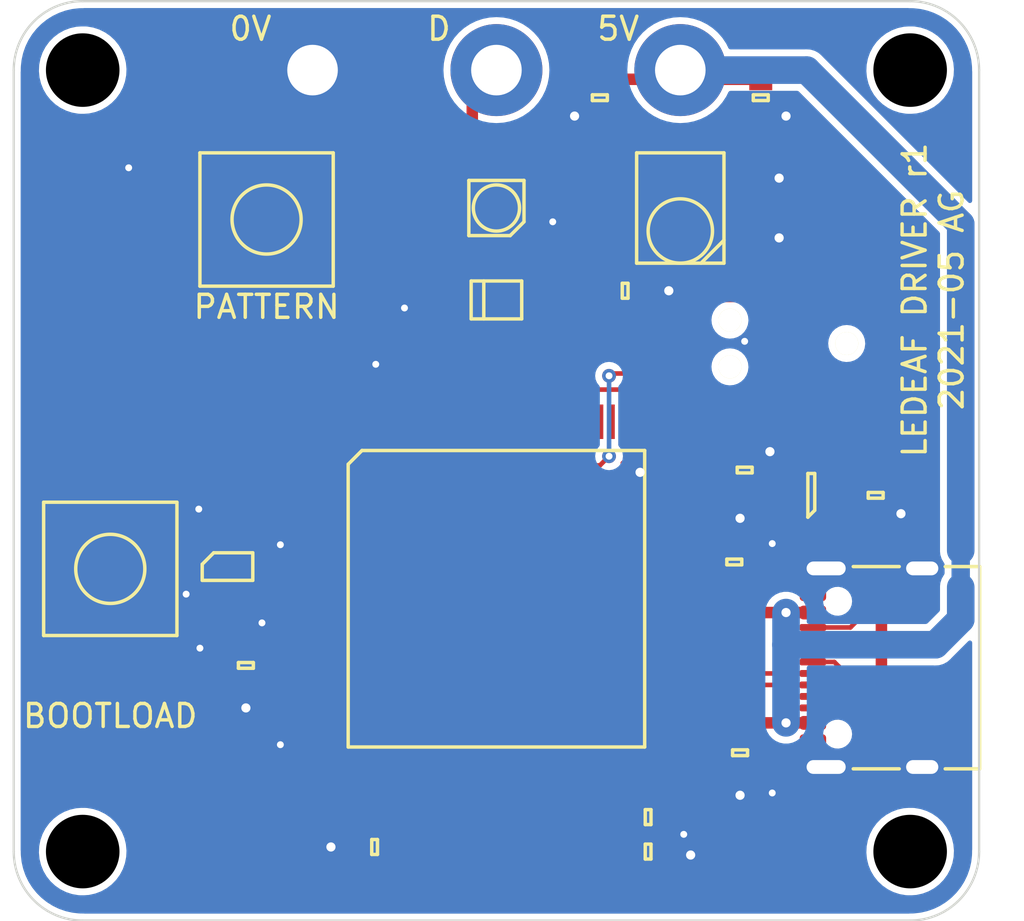
<source format=kicad_pcb>
(kicad_pcb (version 20210424) (generator pcbnew)
  (title_block (title "LEDEAF Driver PCB") (date "2021-05-23") (rev "1") (comment 1 "Drawn By: AG"))
  (layers (0 "F.Cu" signal) (31 "B.Cu" signal) (34 "B.Paste" user) (35 "F.Paste" user) (36 "B.SilkS" user "B.Silkscreen") (37 "F.SilkS" user "F.Silkscreen") (38 "B.Mask" user) (39 "F.Mask" user) (44 "Edge.Cuts" user))
  (net 0 "")
  (net 1 "GND")
  (net 2 "3v3")
  (net 3 "5v")
  (net 4 "Net-(C12-Pad2)")
  (net 5 "Net-(C13-Pad2)")
  (net 6 "Net-(C14-Pad2)")
  (net 7 "Net-(C15-Pad1)")
  (net 8 "/NRST")
  (net 9 "/IR")
  (net 10 "/DOUT")
  (net 11 "/LED")
  (net 20 "Net-(Y1-Pad3)")
  (net 26 "/USER_SW")
  (net 49 "Net-(R5-Pad1)")
  (net 68 "/USB_D-")
  (net 69 "/USB_D+")
  (net 70 "/SWDIO")
  (net 71 "/SWCLK")
  (net 84 "/SWO")
  (net 87 "Net-(R6-Pad1)")
  (net 92 "Net-(J1-PadA5)")
  (net 94 "Net-(J1-PadB5)")
  (footprint "agg:0402" (layer "F.Cu") (at 139.985 81.88 90)
    (fp_text reference "R2")
    (fp_text value "5k1")
  )
  (footprint "agg:0402" (layer "F.Cu") (at 122.7 92.4 180)
    (fp_text reference "C8")
    (fp_text value "100n")
  )
  (footprint "agg:0402" (layer "F.Cu") (at 118.6 79.6 -90)
    (fp_text reference "C21")
    (fp_text value "100n")
  )
  (footprint "agg:0402" (layer "F.Cu") (at 118.6 86 -90)
    (fp_text reference "C7")
    (fp_text value "100n")
  )
  (footprint "agg:0402" (layer "F.Cu") (at 122.3 73.6)
    (fp_text reference "C11")
    (fp_text value "100n")
  )
  (footprint "agg:M3_HOLE" (layer "F.Cu") (at 110 60)
    (fp_text reference "X4" hide)
    (fp_text value "MOUNT" hide)
  )
  (footprint "agg:0603" (layer "F.Cu") (at 139.5 61.2 90)
    (fp_text reference "C19")
    (fp_text value "2µ2")
  )
  (footprint "agg:SW_MOM_6X6" (layer "F.Cu") (at 111.2 81.7 90)
    (fp_text reference "SW2")
    (fp_text value "BOOTLOAD")
  )
  (footprint "agg:0402" (layer "F.Cu") (at 133.1 72.2)
    (fp_text reference "R3")
    (fp_text value "10k")
  )
  (footprint "agg:0402" (layer "F.Cu") (at 118.6 81.7 90)
    (fp_text reference "C6")
    (fp_text value "100n")
  )
  (footprint "agg:SOD-123" (layer "F.Cu") (at 128 70)
    (fp_text reference "D1")
    (fp_text value "1N4148W")
  )
  (footprint "agg:0402" (layer "F.Cu") (at 118.6 88.1 -90)
    (fp_text reference "C22")
    (fp_text value "100n")
  )
  (footprint "agg:0603" (layer "F.Cu") (at 132.5 61.2 90)
    (fp_text reference "C18")
    (fp_text value "2µ2")
  )
  (footprint "agg:0402" (layer "F.Cu") (at 133.1 71 180)
    (fp_text reference "R4")
    (fp_text value "100")
  )
  (footprint "agg:M3_HOLE" (layer "F.Cu") (at 146 94)
    (fp_text reference "X1" hide)
    (fp_text value "MOUNT" hide)
  )
  (footprint "agg:0603" (layer "F.Cu") (at 134.6 94 180)
    (fp_text reference "C12")
    (fp_text value "2µ2")
  )
  (footprint "agg:M2_PTH" (layer "F.Cu") (at 136 60)
    (fp_text reference "J2" hide)
    (fp_text value "5V" hide)
  )
  (footprint "agg:0603" (layer "F.Cu") (at 134.6 92.5)
    (fp_text reference "R5")
    (fp_text value "0R")
  )
  (footprint "agg:TC2030-NL" (layer "F.Cu") (at 140.7 71.9 180)
    (fp_text reference "P1")
    (fp_text value "SWD_TC")
  )
  (footprint "ael:USB4105" (layer "F.Cu") (at 149.125 86 90)
    (fp_text reference "J1")
    (fp_text value "USB4105")
  )
  (footprint "agg:0402" (layer "F.Cu") (at 115.1 86.4 90)
    (fp_text reference "R6")
    (fp_text value "10k")
  )
  (footprint "agg:0603" (layer "F.Cu") (at 138.35 81.4 -90)
    (fp_text reference "C3")
    (fp_text value "2µ2")
  )
  (footprint "agg:0603" (layer "F.Cu") (at 138.8 77.4 -90)
    (fp_text reference "C13")
    (fp_text value "2µ2")
  )
  (footprint "agg:M3_HOLE" (layer "F.Cu") (at 146 60)
    (fp_text reference "X3" hide)
    (fp_text value "MOUNT" hide)
  )
  (footprint "agg:SW_MOM_6X6" (layer "F.Cu") (at 118 66.5)
    (fp_text reference "SW1")
    (fp_text value "USER")
  )
  (footprint "agg:M2_PTH" (layer "F.Cu") (at 120 60)
    (fp_text reference "J4" hide)
    (fp_text value "0V" hide)
  )
  (footprint "agg:M3_HOLE" (layer "F.Cu") (at 110 94)
    (fp_text reference "X2" hide)
    (fp_text value "MOUNT" hide)
  )
  (footprint "agg:0402" (layer "F.Cu") (at 124.8 69.9 -90)
    (fp_text reference "C15")
    (fp_text value "100n")
  )
  (footprint "ael:SOT-23" (layer "F.Cu") (at 141.7 78.5 180)
    (fp_text reference "IC1")
    (fp_text value "XC6206P332MR")
  )
  (footprint "agg:0402" (layer "F.Cu") (at 118.6 83.9 90)
    (fp_text reference "C16")
    (fp_text value "100n")
  )
  (footprint "agg:0603" (layer "F.Cu") (at 122.7 93.8)
    (fp_text reference "C2")
    (fp_text value "2µ2")
  )
  (footprint "agg:0402" (layer "F.Cu") (at 116.3 79.1 180)
    (fp_text reference "C17")
    (fp_text value "100n")
  )
  (footprint "agg:0603" (layer "F.Cu") (at 144.5 78.5 90)
    (fp_text reference "C4")
    (fp_text value "2µ2")
  )
  (footprint "agg:0402" (layer "F.Cu") (at 139.985 90.18 -90)
    (fp_text reference "R1")
    (fp_text value "5k1")
  )
  (footprint "agg:0402" (layer "F.Cu") (at 137.4 76.9 -90)
    (fp_text reference "C10")
    (fp_text value "100n")
  )
  (footprint "agg:0603" (layer "F.Cu") (at 133.6 69.6 180)
    (fp_text reference "C14")
    (fp_text value "2µ2")
  )
  (footprint "agg:0603" (layer "F.Cu") (at 138.6 89.7 90)
    (fp_text reference "C5")
    (fp_text value "2µ2")
  )
  (footprint "ael:XO-32x25" (layer "F.Cu") (at 116.3 81.6)
    (fp_text reference "Y1")
    (fp_text value "20M")
  )
  (footprint "agg:LQFP-100" (layer "F.Cu") (at 128 83)
    (fp_text reference "IC4")
    (fp_text value "STM32F411VxTx")
  )
  (footprint "agg:IRM-H6XXT" (layer "F.Cu") (at 136 66 180)
    (fp_text reference "IC2")
    (fp_text value "IRM-H6xxT")
  )
  (footprint "agg:M2_PTH" (layer "F.Cu") (at 128 60)
    (fp_text reference "J3" hide)
    (fp_text value "D" hide)
  )
  (footprint "agg:0402" (layer "F.Cu") (at 136.8 92.8 -90)
    (fp_text reference "C9")
    (fp_text value "100n")
  )
  (footprint "agg:0603" (layer "F.Cu") (at 117.1 85.9 90)
    (fp_text reference "C1")
    (fp_text value "2µ2")
  )
  (footprint "ael:WS2812B" (layer "F.Cu") (at 128 66)
    (fp_text reference "IC3")
    (fp_text value "WS2812B")
  )
  (gr_arc (start 110 94) (end 110 97) (angle 90) (layer "Edge.Cuts") (width 0.1))
  (gr_arc (start 110 60) (end 110 57) (angle -90) (layer "Edge.Cuts") (width 0.1))
  (gr_line (start 107 94) (end 107 60) (layer "Edge.Cuts") (width 0.1))
  (gr_arc (start 146 60) (end 146 57) (angle 90) (layer "Edge.Cuts") (width 0.1))
  (gr_line (start 149 60) (end 149 94) (layer "Edge.Cuts") (width 0.1))
  (gr_line (start 146 97) (end 110 97) (layer "Edge.Cuts") (width 0.1))
  (gr_arc (start 146 94) (end 146 97) (angle -90) (layer "Edge.Cuts") (width 0.1))
  (gr_line (start 110 57) (end 146 57) (layer "Edge.Cuts") (width 0.1))
  (gr_text "D" (at 125.5 58.2) (layer "F.SilkS") (effects (font (size 1 1))))
  (gr_text "5V" (at 133.3 58.2) (layer "F.SilkS") (effects (font (size 1 1))))
  (gr_text "BOOTLOAD" (at 111.2 88.1) (layer "F.SilkS") (effects (font (size 1 1))))
  (gr_text "PATTERN" (at 118 70.3) (layer "F.SilkS") (effects (font (size 1 1))))
  (gr_text "0V" (at 117.3 58.2) (layer "F.SilkS") (effects (font (size 1 1))))
  (gr_text "LEDEAF DRIVER r1\n2021-05 AG" (at 147 70 90) (layer "F.SilkS") (effects (font (size 1 1))))
  (segment (start 144.35 79.45) (end 144.5 79.3) (width 0.5) (layer "F.Cu") (net 1))
  (segment (start 140.27 67.27) (end 140.3 67.3) (width 0.5) (layer "F.Cu") (net 1))
  (segment (start 120.3 81.5) (end 118.85 81.5) (width 0.2) (layer "F.Cu") (net 1))
  (segment (start 135.4 94) (end 136.3 94) (width 0.3) (layer "F.Cu") (net 1))
  (segment (start 139.43 71.26) (end 139.34 71.26) (width 0.5) (layer "F.Cu") (net 1))
  (segment (start 135.7 77.5) (end 134.25 77.5) (width 0.3) (layer "F.Cu") (net 1))
  (segment (start 140.27 64.73) (end 140.3 64.7) (width 0.5) (layer "F.Cu") (net 1))
  (segment (start 136.8 93.25) (end 136.15 93.25) (width 0.3) (layer "F.Cu") (net 1))
  (segment (start 137.25 77.5) (end 137.4 77.35) (width 0.3) (layer "F.Cu") (net 1))
  (segment (start 141.77 89.745) (end 142.345 90.32) (width 0.5) (layer "F.Cu") (net 1))
  (segment (start 134.4 69.6) (end 135.5 69.6) (width 0.5) (layer "F.Cu") (net 1))
  (segment (start 122.25 92.4) (end 122.25 93.45) (width 0.3) (layer "F.Cu") (net 1))
  (segment (start 139.985 80.615) (end 140 80.6) (width 0.3) (layer "F.Cu") (net 1))
  (segment (start 139.985 91.435) (end 140 91.45) (width 0.2) (layer "F.Cu") (net 1))
  (segment (start 141.77 82.255) (end 142.345 81.68) (width 0.5) (layer "F.Cu") (net 1))
  (segment (start 130.45 67.6) (end 130.45 66.6) (width 0.3) (layer "F.Cu") (net 1))
  (segment (start 115.1 85.95) (end 115.1 85.15) (width 0.3) (layer "F.Cu") (net 1))
  (segment (start 142.85 79.45) (end 144.35 79.45) (width 0.5) (layer "F.Cu") (net 1))
  (segment (start 139.985 90.63) (end 139.985 91.435) (width 0.2) (layer "F.Cu") (net 1))
  (segment (start 144.5 79.3) (end 145.6 79.3) (width 0.5) (layer "F.Cu") (net 1))
  (segment (start 138.8 76.6) (end 139.9 76.6) (width 0.5) (layer "F.Cu") (net 1))
  (segment (start 141.77 82.8) (end 141.77 82.255) (width 0.5) (layer "F.Cu") (net 1))
  (segment (start 115.4 82.8) (end 114.5 82.8) (width 0.3) (layer "F.Cu") (net 1))
  (segment (start 135.4 92.5) (end 136.15 93.25) (width 0.3) (layer "F.Cu") (net 1))
  (segment (start 122.25 92) (end 122.25 92.4) (width 0.3) (layer "F.Cu") (net 1))
  (segment (start 122.5 75.3) (end 122.5 74.3) (width 0.3) (layer "F.Cu") (net 1))
  (segment (start 113.45 64.25) (end 112 64.25) (width 0.3) (layer "F.Cu") (net 1))
  (segment (start 138.6 90.5) (end 138.6 91.55) (width 0.5) (layer "F.Cu") (net 1))
  (segment (start 139.15 67.27) (end 140.27 67.27) (width 0.5) (layer "F.Cu") (net 1))
  (segment (start 122.5 91.75) (end 122.25 92) (width 0.3) (layer "F.Cu") (net 1))
  (segment (start 120.3 86.5) (end 118.65 86.5) (width 0.2) (layer "F.Cu") (net 1))
  (segment (start 122.5 90.7) (end 122.5 91.75) (width 0.3) (layer "F.Cu") (net 1))
  (segment (start 118.85 81.5) (end 118.6 81.25) (width 0.2) (layer "F.Cu") (net 1))
  (segment (start 136.3 94) (end 136.45 94.15) (width 0.3) (layer "F.Cu") (net 1))
  (segment (start 132.5 62) (end 131.4 62) (width 0.5) (layer "F.Cu") (net 1))
  (segment (start 118.6 80.05) (end 118.6 81.25) (width 0.3) (layer "F.Cu") (net 1))
  (segment (start 118 84.35) (end 117.8 84.15) (width 0.3) (layer "F.Cu") (net 1))
  (segment (start 122.75 74.05) (end 122.75 73.6) (width 0.3) (layer "F.Cu") (net 1))
  (segment (start 113.45 64.25) (end 122.55 64.25) (width 0.3) (layer "F.Cu") (net 1))
  (segment (start 118.6 84.35) (end 118 84.35) (width 0.3) (layer "F.Cu") (net 1))
  (segment (start 124.8 70.35) (end 124 70.35) (width 0.3) (layer "F.Cu") (net 1))
  (segment (start 117.1 86.7) (end 117.1 87.75) (width 0.3) (layer "F.Cu") (net 1))
  (segment (start 118.6 86.45) (end 117.35 86.45) (width 0.3) (layer "F.Cu") (net 1))
  (segment (start 139.34 71.26) (end 138.8 71.8) (width 0.5) (layer "F.Cu") (net 1))
  (segment (start 139.985 81.43) (end 139.985 80.615) (width 0.3) (layer "F.Cu") (net 1))
  (segment (start 138.6 80.6) (end 138.6 79.5) (width 0.5) (layer "F.Cu") (net 1))
  (segment (start 122.25 93.45) (end 121.9 93.8) (width 0.3) (layer "F.Cu") (net 1))
  (segment (start 122.5 74.3) (end 122.75 74.05) (width 0.3) (layer "F.Cu") (net 1))
  (segment (start 118.6 88.55) (end 118.6 89.35) (width 0.3) (layer "F.Cu") (net 1))
  (segment (start 135.7 77.5) (end 137.25 77.5) (width 0.3) (layer "F.Cu") (net 1))
  (segment (start 117.35 86.45) (end 117.1 86.7) (width 0.3) (layer "F.Cu") (net 1))
  (segment (start 141.77 89.2) (end 141.77 89.745) (width 0.5) (layer "F.Cu") (net 1))
  (segment (start 115.85 79.1) (end 115.05 79.1) (width 0.3) (layer "F.Cu") (net 1))
  (segment (start 139.15 64.73) (end 140.27 64.73) (width 0.5) (layer "F.Cu") (net 1))
  (segment (start 117.8 84.15) (end 117.8 84.05) (width 0.3) (layer "F.Cu") (net 1))
  (segment (start 122.75 73.6) (end 122.75 72.8) (width 0.3) (layer "F.Cu") (net 1))
  (segment (start 139.5 62) (end 140.6 62) (width 0.5) (layer "F.Cu") (net 1))
  (segment (start 118.65 86.5) (end 118.6 86.45) (width 0.2) (layer "F.Cu") (net 1))
  (segment (start 121.9 93.8) (end 120.8 93.8) (width 0.3) (layer "F.Cu") (net 1))
  (via (at 140.6 62) (size 0.8) (drill 0.4) (layers "F.Cu" "B.Cu") (net 1))
  (via (at 115.05 79.1) (size 0.6) (drill 0.3) (layers "F.Cu" "B.Cu") (net 1))
  (via (at 115.1 85.15) (size 0.6) (drill 0.3) (layers "F.Cu" "B.Cu") (net 1))
  (via (at 136.45 94.15) (size 0.8) (drill 0.4) (layers "F.Cu" "B.Cu") (net 1))
  (via (at 140.3 67.3) (size 0.8) (drill 0.4) (layers "F.Cu" "B.Cu") (net 1))
  (via (at 138.6 91.55) (size 0.8) (drill 0.4) (layers "F.Cu" "B.Cu") (net 1))
  (via (at 139.9 76.6) (size 0.8) (drill 0.4) (layers "F.Cu" "B.Cu") (net 1))
  (via (at 114.5 82.8) (size 0.6) (drill 0.3) (layers "F.Cu" "B.Cu") (net 1))
  (via (at 145.6 79.3) (size 0.8) (drill 0.4) (layers "F.Cu" "B.Cu") (net 1))
  (via (at 117.1 87.75) (size 0.8) (drill 0.4) (layers "F.Cu" "B.Cu") (net 1))
  (via (at 140 91.45) (size 0.6) (drill 0.3) (layers "F.Cu" "B.Cu") (net 1))
  (via (at 138.8 71.8) (size 0.6) (drill 0.3) (layers "F.Cu" "B.Cu") (net 1))
  (via (at 118.6 89.35) (size 0.6) (drill 0.3) (layers "F.Cu" "B.Cu") (net 1))
  (via (at 140.3 64.7) (size 0.8) (drill 0.4) (layers "F.Cu" "B.Cu") (net 1))
  (via (at 136.15 93.25) (size 0.6) (drill 0.3) (layers "F.Cu" "B.Cu") (net 1))
  (via (at 112 64.25) (size 0.6) (drill 0.3) (layers "F.Cu" "B.Cu") (net 1))
  (via (at 138.6 79.5) (size 0.8) (drill 0.4) (layers "F.Cu" "B.Cu") (net 1))
  (via (at 124 70.35) (size 0.6) (drill 0.3) (layers "F.Cu" "B.Cu") (net 1))
  (via (at 117.8 84.05) (size 0.6) (drill 0.3) (layers "F.Cu" "B.Cu") (net 1))
  (via (at 118.6 80.65) (size 0.6) (drill 0.3) (layers "F.Cu" "B.Cu") (net 1))
  (via (at 122.75 72.8) (size 0.6) (drill 0.3) (layers "F.Cu" "B.Cu") (net 1))
  (via (at 140 80.6) (size 0.6) (drill 0.3) (layers "F.Cu" "B.Cu") (net 1))
  (via (at 131.4 62) (size 0.8) (drill 0.4) (layers "F.Cu" "B.Cu") (net 1))
  (via (at 120.8 93.8) (size 0.8) (drill 0.4) (layers "F.Cu" "B.Cu") (net 1))
  (via (at 130.45 66.6) (size 0.6) (drill 0.3) (layers "F.Cu" "B.Cu") (net 1))
  (via (at 135.5 69.6) (size 0.8) (drill 0.4) (layers "F.Cu" "B.Cu") (net 1))
  (via (at 134.25 77.5) (size 0.8) (drill 0.4) (layers "F.Cu" "B.Cu") (net 1))
  (segment (start 146.7 79.95) (end 146.7 78.15) (width 0.5) (layer "F.Cu") (net 2))
  (segment (start 117.2 79.55) (end 116.75 79.1) (width 0.3) (layer "F.Cu") (net 2))
  (segment (start 144.5 77.7) (end 144.5 70.65) (width 0.5) (layer "F.Cu") (net 2))
  (segment (start 137.55 92.35) (end 137.9 92.7) (width 0.3) (layer "F.Cu") (net 2))
  (segment (start 136.7 95.1) (end 137.8 95.1) (width 0.5) (layer "F.Cu") (net 2))
  (segment (start 136.8 92.35) (end 137.55 92.35) (width 0.3) (layer "F.Cu") (net 2))
  (segment (start 135.6 71) (end 133.55 71) (width 0.5) (layer "F.Cu") (net 2))
  (segment (start 118.6 82.15) (end 118.45 82.15) (width 0.2) (layer "F.Cu") (net 2))
  (segment (start 123.15 93.45) (end 123.5 93.8) (width 0.3) (layer "F.Cu") (net 2))
  (segment (start 119.2 87.1) (end 119.2 87.5) (width 0.2) (layer "F.Cu") (net 2))
  (segment (start 117.9 87.85) (end 118.1 87.65) (width 0.3) (layer "F.Cu") (net 2))
  (segment (start 119.25 79.5) (end 119.2 79.45) (width 0.3) (layer "F.Cu") (net 2))
  (segment (start 117.5 81.6) (end 117.1 81.6) (width 0.3) (layer "F.Cu") (net 2))
  (segment (start 119.2 79.45) (end 119.2 79.2) (width 0.3) (layer "F.Cu") (net 2))
  (segment (start 116.3 83.7) (end 116.05 83.95) (width 0.3) (layer "F.Cu") (net 2))
  (segment (start 136.6 91.7) (end 136.8 91.9) (width 0.2) (layer "F.Cu") (net 2))
  (segment (start 123.25 95.1) (end 118.4 95.1) (width 0.5) (layer "F.Cu") (net 2))
  (segment (start 108.95 86.75) (end 108.95 86.25) (width 0.5) (layer "F.Cu") (net 2))
  (segment (start 143.25 69.4) (end 142 69.4) (width 0.5) (layer "F.Cu") (net 2))
  (segment (start 117.9 88.15) (end 117.9 87.85) (width 0.3) (layer "F.Cu") (net 2))
  (segment (start 116.05 83.95) (end 116.05 85.05) (width 0.3) (layer "F.Cu") (net 2))
  (segment (start 123.15 92.4) (end 123.15 93.45) (width 0.3) (layer "F.Cu") (net 2))
  (segment (start 117.1 81.6) (end 116.65 81.6) (width 0.3) (layer "F.Cu") (net 2))
  (segment (start 119.2 79.2) (end 119.15 79.15) (width 0.3) (layer "F.Cu") (net 2))
  (segment (start 118.6 82.15) (end 118.05 82.15) (width 0.3) (layer "F.Cu") (net 2))
  (segment (start 136.55 77) (end 135.7 77) (width 0.3) (layer "F.Cu") (net 2))
  (segment (start 116.05 88.2) (end 116.55 88.7) (width 0.5) (layer "F.Cu") (net 2))
  (segment (start 108.95 75) (end 110.35 73.6) (width 0.5) (layer "F.Cu") (net 2))
  (segment (start 118.6 79.15) (end 117.15 79.15) (width 0.3) (layer "F.Cu") (net 2))
  (segment (start 117.1 85.1) (end 116.1 85.1) (width 0.3) (layer "F.Cu") (net 2))
  (segment (start 116.65 81.6) (end 116.3 81.95) (width 0.3) (layer "F.Cu") (net 2))
  (segment (start 123.15 91.9) (end 123.15 92.4) (width 0.3) (layer "F.Cu") (net 2))
  (segment (start 146.7 78.15) (end 146.25 77.7) (width 0.5) (layer "F.Cu") (net 2))
  (segment (start 137.1 76.45) (end 136.55 77) (width 0.3) (layer "F.Cu") (net 2))
  (segment (start 108.95 77.15) (end 108.95 75) (width 0.5) (layer "F.Cu") (net 2))
  (segment (start 141.97 69.43) (end 142 69.4) (width 0.3) (layer "F.Cu") (net 2))
  (segment (start 123 90.7) (end 123 91.75) (width 0.3) (layer "F.Cu") (net 2))
  (segment (start 116.05 85.35) (end 116.05 85.05) (width 0.3) (layer "F.Cu") (net 2))
  (segment (start 142.9 77.5) (end 142.85 77.55) (width 0.3) (layer "F.Cu") (net 2))
  (segment (start 137.4 76.45) (end 137.4 75.95) (width 0.3) (layer "F.Cu") (net 2))
  (segment (start 146.35 80.3) (end 146.7 79.95) (width 0.5) (layer "F.Cu") (net 2))
  (segment (start 120.3 87.5) (end 119.2 87.5) (width 0.2) (layer "F.Cu") (net 2))
  (segment (start 141.97 71.26) (end 141.97 69.43) (width 0.3) (layer "F.Cu") (net 2))
  (segment (start 110.35 73.6) (end 121.85 73.6) (width 0.5) (layer "F.Cu") (net 2))
  (segment (start 123.5 93.8) (end 123.5 95) (width 0.5) (layer "F.Cu") (net 2))
  (segment (start 136.8 91.9) (end 136.8 92.35) (width 0.2) (layer "F.Cu") (net 2))
  (segment (start 116.9 88.7) (end 117.35 88.7) (width 0.5) (layer "F.Cu") (net 2))
  (segment (start 146.25 77.7) (end 144.5 77.7) (width 0.5) (layer "F.Cu") (net 2))
  (segment (start 134.1 91.7) (end 136.6 91.7) (width 0.2) (layer "F.Cu") (net 2))
  (segment (start 116.05 85.35) (end 116.05 88.2) (width 0.3) (layer "F.Cu") (net 2))
  (segment (start 116.8 79.15) (end 116.75 79.1) (width 0.3) (layer "F.Cu") (net 2))
  (segment (start 117.55 85.55) (end 117.1 85.1) (width 0.2) (layer "F.Cu") (net 2))
  (segment (start 136.3 95.1) (end 136.7 95.1) (width 0.5) (layer "F.Cu") (net 2))
  (segment (start 122 73.75) (end 121.85 73.6) (width 0.3) (layer "F.Cu") (net 2))
  (segment (start 117.2 80.4) (end 117.2 79.55) (width 0.3) (layer "F.Cu") (net 2))
  (segment (start 119.2 87.5) (end 118.75 87.5) (width 0.2) (layer "F.Cu") (net 2))
  (segment (start 137.2 69.4) (end 135.6 71) (width 0.5) (layer "F.Cu") (net 2))
  (segment (start 144.75 91.2) (end 144.75 81.2) (width 0.5) (layer "F.Cu") (net 2))
  (segment (start 117.2 81.5) (end 117.1 81.6) (width 0.3) (layer "F.Cu") (net 2))
  (segment (start 134 90.7) (end 134 91.6) (width 0.2) (layer "F.Cu") (net 2))
  (segment (start 138 75.35) (end 142.4 75.35) (width 0.3) (layer "F.Cu") (net 2))
  (segment (start 137.4 76.45) (end 137.1 76.45) (width 0.3) (layer "F.Cu") (net 2))
  (segment (start 116.05 88.2) (end 110.4 88.2) (width 0.5) (layer "F.Cu") (net 2))
  (segment (start 117.2 80.4) (end 117.2 81.5) (width 0.3) (layer "F.Cu") (net 2))
  (segment (start 142.4 75.35) (end 142.9 75.85) (width 0.3) (layer "F.Cu") (net 2))
  (segment (start 137.9 92.7) (end 137.9 95) (width 0.3) (layer "F.Cu") (net 2))
  (segment (start 134 91.6) (end 134.1 91.7) (width 0.2) (layer "F.Cu") (net 2))
  (segment (start 119.3 87) (end 119.2 87.1) (width 0.2) (layer "F.Cu") (net 2))
  (segment (start 118.75 85.55) (end 118.6 85.55) (width 0.2) (layer "F.Cu") (net 2))
  (segment (start 120.3 79.5) (end 119.25 79.5) (width 0.3) (layer "F.Cu") (net 2))
  (segment (start 120.3 86) (end 119.2 86) (width 0.2) (layer "F.Cu") (net 2))
  (segment (start 108.95 77.15) (end 108.95 86.25) (width 0.5) (layer "F.Cu") (net 2))
  (segment (start 116.3 81.95) (end 116.3 83.7) (width 0.3) (layer "F.Cu") (net 2))
  (segment (start 144.5 70.65) (end 143.25 69.4) (width 0.5) (layer "F.Cu") (net 2))
  (segment (start 137.4 75.95) (end 138 75.35) (width 0.3) (layer "F.Cu") (net 2))
  (segment (start 118.75 87.5) (end 118.6 87.65) (width 0.2) (layer "F.Cu") (net 2))
  (segment (start 144.35 77.55) (end 144.5 77.7) (width 0.5) (layer "F.Cu") (net 2))
  (segment (start 117.15 79.15) (end 116.8 79.15) (width 0.3) (layer "F.Cu") (net 2))
  (segment (start 142.85 77.55) (end 144.35 77.55) (width 0.5) (layer "F.Cu") (net 2))
  (segment (start 118.75 82) (end 118.6 82.15) (width 0.2) (layer "F.Cu") (net 2))
  (segment (start 144.75 81.2) (end 145.65 80.3) (width 0.5) (layer "F.Cu") (net 2))
  (segment (start 120.3 82) (end 118.75 82) (width 0.2) (layer "F.Cu") (net 2))
  (segment (start 133.55 71) (end 133.55 72.2) (width 0.3) (layer "F.Cu") (net 2))
  (segment (start 118.6 85.55) (end 117.55 85.55) (width 0.2) (layer "F.Cu") (net 2))
  (segment (start 122 75.3) (end 122 73.75) (width 0.3) (layer "F.Cu") (net 2))
  (segment (start 118.05 82.15) (end 117.5 81.6) (width 0.3) (layer "F.Cu") (net 2))
  (segment (start 116.1 85.1) (end 116.05 85.05) (width 0.3) (layer "F.Cu") (net 2))
  (segment (start 119.2 86) (end 118.75 85.55) (width 0.2) (layer "F.Cu") (net 2))
  (segment (start 142 69.4) (end 137.2 69.4) (width 0.5) (layer "F.Cu") (net 2))
  (segment (start 142.9 75.85) (end 142.9 77.5) (width 0.3) (layer "F.Cu") (net 2))
  (segment (start 116.9 93.6) (end 116.9 88.7) (width 0.5) (layer "F.Cu") (net 2))
  (segment (start 116.55 88.7) (end 116.9 88.7) (width 0.5) (layer "F.Cu") (net 2))
  (segment (start 120.3 87) (end 119.3 87) (width 0.2) (layer "F.Cu") (net 2))
  (segment (start 117.35 88.7) (end 117.9 88.15) (width 0.3) (layer "F.Cu") (net 2))
  (segment (start 117.2 79.2) (end 117.15 79.15) (width 0.3) (layer "F.Cu") (net 2))
  (segment (start 117.2 79.55) (end 117.2 79.2) (width 0.3) (layer "F.Cu") (net 2))
  (segment (start 137.8 95.1) (end 140.85 95.1) (width 0.5) (layer "F.Cu") (net 2))
  (segment (start 123 91.75) (end 123.15 91.9) (width 0.3) (layer "F.Cu") (net 2))
  (segment (start 123.5 95) (end 123.4 95.1) (width 0.5) (layer "F.Cu") (net 2))
  (segment (start 117.55 80.75) (end 117.2 80.4) (width 0.2) (layer "F.Cu") (net 2))
  (segment (start 118.1 87.65) (end 118.6 87.65) (width 0.3) (layer "F.Cu") (net 2))
  (segment (start 140.85 95.1) (end 144.75 91.2) (width 0.5) (layer "F.Cu") (net 2))
  (segment (start 137.9 95) (end 137.8 95.1) (width 0.3) (layer "F.Cu") (net 2))
  (segment (start 145.65 80.3) (end 146.35 80.3) (width 0.5) (layer "F.Cu") (net 2))
  (segment (start 136.3 95.1) (end 123.25 95.1) (width 0.5) (layer "F.Cu") (net 2))
  (segment (start 123.4 95.1) (end 123.25 95.1) (width 0.5) (layer "F.Cu") (net 2))
  (segment (start 119.15 79.15) (end 118.6 79.15) (width 0.3) (layer "F.Cu") (net 2))
  (segment (start 110.4 88.2) (end 108.95 86.75) (width 0.5) (layer "F.Cu") (net 2))
  (segment (start 118.4 95.1) (end 116.9 93.6) (width 0.5) (layer "F.Cu") (net 2))
  (segment (start 133.15 63.2) (end 133.6 62.75) (width 0.3) (layer "F.Cu") (net 3))
  (segment (start 140.5 78.5) (end 140.55 78.5) (width 0.3) (layer "F.Cu") (net 3))
  (segment (start 139.25 80.15) (end 140.2 79.2) (width 0.3) (layer "F.Cu") (net 3))
  (segment (start 133.55 60.4) (end 135.6 60.4) (width 0.5) (layer "F.Cu") (net 3))
  (segment (start 138.6 83.15) (end 138.6 82.2) (width 0.5) (layer "F.Cu") (net 3))
  (segment (start 139.5 60.4) (end 136.4 60.4) (width 0.5) (layer "F.Cu") (net 3))
  (segment (start 140.2 79.2) (end 140.2 78.8) (width 0.3) (layer "F.Cu") (net 3))
  (segment (start 135.6 60.4) (end 136 60) (width 0.3) (layer "F.Cu") (net 3))
  (segment (start 129.7 65.75) (end 131.3 65.75) (width 0.3) (layer "F.Cu") (net 3))
  (segment (start 140.2 78.8) (end 140.5 78.5) (width 0.3) (layer "F.Cu") (net 3))
  (segment (start 132.25 63.2) (end 133.15 63.2) (width 0.3) (layer "F.Cu") (net 3))
  (segment (start 133.6 60.45) (end 133.55 60.4) (width 0.3) (layer "F.Cu") (net 3))
  (segment (start 139.05 83.6) (end 138.6 83.15) (width 0.5) (layer "F.Cu") (net 3))
  (segment (start 131.3 65.75) (end 131.7 65.35) (width 0.3) (layer "F.Cu") (net 3))
  (segment (start 139.1 88.4) (end 138.6 88.9) (width 0.5) (layer "F.Cu") (net 3))
  (segment (start 131.7 65.35) (end 131.7 63.75) (width 0.3) (layer "F.Cu") (net 3))
  (segment (start 141.77 88.4) (end 139.1 88.4) (width 0.5) (layer "F.Cu") (net 3))
  (segment (start 129 66.45) (end 129.7 65.75) (width 0.3) (layer "F.Cu") (net 3))
  (segment (start 138.4 82.2) (end 139.25 81.35) (width 0.3) (layer "F.Cu") (net 3))
  (segment (start 129 69.2) (end 129 66.45) (width 0.3) (layer "F.Cu") (net 3))
  (segment (start 141.77 83.6) (end 139.05 83.6) (width 0.5) (layer "F.Cu") (net 3))
  (segment (start 139.25 81.35) (end 139.25 80.15) (width 0.3) (layer "F.Cu") (net 3))
  (segment (start 133.6 62.75) (end 133.6 60.45) (width 0.3) (layer "F.Cu") (net 3))
  (segment (start 129.8 70) (end 129 69.2) (width 0.3) (layer "F.Cu") (net 3))
  (segment (start 132.5 60.4) (end 133.55 60.4) (width 0.5) (layer "F.Cu") (net 3))
  (segment (start 136.4 60.4) (end 136 60) (width 0.3) (layer "F.Cu") (net 3))
  (segment (start 131.7 63.75) (end 132.25 63.2) (width 0.3) (layer "F.Cu") (net 3))
  (via (at 140.6 83.6) (size 0.8) (drill 0.4) (layers "F.Cu" "B.Cu") (net 3))
  (via (at 140.6 88.4) (size 0.8) (drill 0.4) (layers "F.Cu" "B.Cu") (net 3))
  (segment (start 148.2 82.5) (end 148.2 80.9) (width 0.8) (layer "B.Cu") (net 3))
  (segment (start 148.2 80.9) (end 148.2 66.7) (width 1.2) (layer "B.Cu") (net 3))
  (segment (start 148.2 66.7) (end 141.5 60) (width 1.2) (layer "B.Cu") (net 3))
  (segment (start 140.6 85) (end 140.6 88.4) (width 1.2) (layer "B.Cu") (net 3))
  (segment (start 148.2 83.9) (end 148.2 82.5) (width 1.2) (layer "B.Cu") (net 3))
  (segment (start 141.5 60) (end 136 60) (width 1.2) (layer "B.Cu") (net 3))
  (segment (start 140.6 85) (end 147.1 85) (width 1.2) (layer "B.Cu") (net 3))
  (segment (start 147.1 85) (end 148.2 83.9) (width 1.2) (layer "B.Cu") (net 3))
  (segment (start 140.6 83.6) (end 140.6 85) (width 1.2) (layer "B.Cu") (net 3))
  (segment (start 133.1 94) (end 133.8 94) (width 0.2) (layer "F.Cu") (net 4))
  (segment (start 133 90.7) (end 133 93.9) (width 0.2) (layer "F.Cu") (net 4))
  (segment (start 133 93.9) (end 133.1 94) (width 0.2) (layer "F.Cu") (net 4))
  (segment (start 137.05 78.2) (end 138.8 78.2) (width 0.3) (layer "F.Cu") (net 5))
  (segment (start 136.85 78) (end 137.05 78.2) (width 0.3) (layer "F.Cu") (net 5))
  (segment (start 135.7 78) (end 136.85 78) (width 0.3) (layer "F.Cu") (net 5))
  (segment (start 132.85 67.27) (end 132.85 69.55) (width 0.5) (layer "F.Cu") (net 6))
  (segment (start 132.85 69.55) (end 132.8 69.6) (width 0.5) (layer "F.Cu") (net 6))
  (segment (start 132.65 71) (end 132.65 69.75) (width 0.3) (layer "F.Cu") (net 6))
  (segment (start 124.8 69.45) (end 125.65 69.45) (width 0.5) (layer "F.Cu") (net 7))
  (segment (start 124.4 64.4) (end 124.1 64.7) (width 0.5) (layer "F.Cu") (net 7))
  (segment (start 124.1 64.7) (end 124.1 68.75) (width 0.5) (layer "F.Cu") (net 7))
  (segment (start 125.55 64.4) (end 124.4 64.4) (width 0.5) (layer "F.Cu") (net 7))
  (segment (start 124.1 68.75) (end 124.8 69.45) (width 0.5) (layer "F.Cu") (net 7))
  (segment (start 125.65 69.45) (end 126.2 70) (width 0.5) (layer "F.Cu") (net 7))
  (segment (start 121.6 83.2) (end 121.6 78) (width 0.2) (layer "F.Cu") (net 8))
  (segment (start 121.3 83.5) (end 121.6 83.2) (width 0.2) (layer "F.Cu") (net 8))
  (segment (start 133 73.2) (end 132.9 73.3) (width 0.2) (layer "F.Cu") (net 8))
  (segment (start 122.4 77.2) (end 132.5 77.2) (width 0.2) (layer "F.Cu") (net 8))
  (segment (start 132.5 77.2) (end 132.9 76.8) (width 0.2) (layer "F.Cu") (net 8))
  (segment (start 140.7 70.6) (end 140.1 70) (width 0.2) (layer "F.Cu") (net 8))
  (segment (start 120.3 83.5) (end 121.3 83.5) (width 0.2) (layer "F.Cu") (net 8))
  (segment (start 134.3 73.2) (end 133 73.2) (width 0.2) (layer "F.Cu") (net 8))
  (segment (start 140.1 70) (end 137.5 70) (width 0.2) (layer "F.Cu") (net 8))
  (segment (start 137.5 70) (end 134.3 73.2) (width 0.2) (layer "F.Cu") (net 8))
  (segment (start 140.7 71.26) (end 140.7 70.6) (width 0.2) (layer "F.Cu") (net 8))
  (segment (start 121.6 78) (end 122.4 77.2) (width 0.2) (layer "F.Cu") (net 8))
  (segment (start 118.65 83.5) (end 118.6 83.45) (width 0.2) (layer "F.Cu") (net 8))
  (segment (start 120.3 83.5) (end 118.65 83.5) (width 0.2) (layer "F.Cu") (net 8))
  (via (at 132.9 76.8) (size 0.6) (drill 0.3) (layers "F.Cu" "B.Cu") (net 8))
  (via (at 132.9 73.3) (size 0.6) (drill 0.3) (layers "F.Cu" "B.Cu") (net 8))
  (segment (start 132.9 76.8) (end 132.9 73.3) (width 0.2) (layer "B.Cu") (net 8))
  (segment (start 127 73.1) (end 127.9 72.2) (width 0.2) (layer "F.Cu") (net 9))
  (segment (start 127.9 72.2) (end 131.7 72.2) (width 0.2) (layer "F.Cu") (net 9))
  (segment (start 132.85 65.15) (end 131.7 66.3) (width 0.2) (layer "F.Cu") (net 9))
  (segment (start 132.85 64.73) (end 132.85 65.15) (width 0.3) (layer "F.Cu") (net 9))
  (segment (start 131.7 66.3) (end 131.7 72.2) (width 0.2) (layer "F.Cu") (net 9))
  (segment (start 131.7 72.2) (end 132.65 72.2) (width 0.2) (layer "F.Cu") (net 9))
  (segment (start 127 75.3) (end 127 73.1) (width 0.2) (layer "F.Cu") (net 9))
  (segment (start 126.95 61.05) (end 128 60) (width 0.5) (layer "F.Cu") (net 10))
  (segment (start 126.95 66.2) (end 126.95 61.05) (width 0.5) (layer "F.Cu") (net 10))
  (segment (start 125.55 67.6) (end 126.95 66.2) (width 0.5) (layer "F.Cu") (net 10))
  (segment (start 126.5 71.4) (end 127.75 70.15) (width 0.2) (layer "F.Cu") (net 11))
  (segment (start 127.75 70.15) (end 127.75 64.9) (width 0.2) (layer "F.Cu") (net 11))
  (segment (start 128.25 64.4) (end 130.45 64.4) (width 0.2) (layer "F.Cu") (net 11))
  (segment (start 127.75 64.9) (end 128.25 64.4) (width 0.2) (layer "F.Cu") (net 11))
  (segment (start 126.5 75.3) (end 126.5 71.4) (width 0.2) (layer "F.Cu") (net 11))
  (segment (start 119.25 82.8) (end 119.25 82.5) (width 0.2) (layer "F.Cu") (net 20))
  (segment (start 119.25 82.5) (end 120.3 82.5) (width 0.2) (layer "F.Cu") (net 20))
  (segment (start 117.2 82.8) (end 119.25 82.8) (width 0.2) (layer "F.Cu") (net 20))
  (segment (start 124.5 75.3) (end 124.5 72.45) (width 0.2) (layer "F.Cu") (net 26))
  (segment (start 122.55 68.75) (end 122.55 70.5) (width 0.2) (layer "F.Cu") (net 26))
  (segment (start 122.55 68.75) (end 113.45 68.75) (width 0.3) (layer "F.Cu") (net 26))
  (segment (start 124.5 72.45) (end 122.55 70.5) (width 0.2) (layer "F.Cu") (net 26))
  (segment (start 133.5 90.7) (end 133.5 92.2) (width 0.2) (layer "F.Cu") (net 49))
  (segment (start 133.5 92.2) (end 133.8 92.5) (width 0.2) (layer "F.Cu") (net 49))
  (segment (start 136.95 86.3) (end 136.95 79.75) (width 0.2) (layer "F.Cu") (net 68))
  (segment (start 142.9 85.95) (end 142.7 85.75) (width 0.2) (layer "F.Cu") (net 68))
  (segment (start 136.7 79.5) (end 135.7 79.5) (width 0.2) (layer "F.Cu") (net 68))
  (segment (start 142.9 86.55) (end 142.9 85.95) (width 0.2) (layer "F.Cu") (net 68))
  (segment (start 142.7 86.75) (end 142.9 86.55) (width 0.2) (layer "F.Cu") (net 68))
  (segment (start 141.77 86.75) (end 142.7 86.75) (width 0.2) (layer "F.Cu") (net 68))
  (segment (start 137.4 86.75) (end 136.95 86.3) (width 0.2) (layer "F.Cu") (net 68))
  (segment (start 141.77 86.75) (end 137.4 86.75) (width 0.2) (layer "F.Cu") (net 68))
  (segment (start 142.7 85.75) (end 141.77 85.75) (width 0.2) (layer "F.Cu") (net 68))
  (segment (start 136.95 79.75) (end 136.7 79.5) (width 0.2) (layer "F.Cu") (net 68))
  (segment (start 137.4 86) (end 137.4 79.4) (width 0.2) (layer "F.Cu") (net 69))
  (segment (start 137.4 79.4) (end 137 79) (width 0.2) (layer "F.Cu") (net 69))
  (segment (start 141.77 86.25) (end 140.75 86.25) (width 0.2) (layer "F.Cu") (net 69))
  (segment (start 140.5 85.5) (end 140.75 85.25) (width 0.2) (layer "F.Cu") (net 69))
  (segment (start 140.75 86.25) (end 137.65 86.25) (width 0.2) (layer "F.Cu") (net 69))
  (segment (start 137.65 86.25) (end 137.4 86) (width 0.2) (layer "F.Cu") (net 69))
  (segment (start 140.75 85.25) (end 141.77 85.25) (width 0.2) (layer "F.Cu") (net 69))
  (segment (start 137 79) (end 135.7 79) (width 0.2) (layer "F.Cu") (net 69))
  (segment (start 140.5 86.25) (end 140.5 85.5) (width 0.2) (layer "F.Cu") (net 69))
  (segment (start 140.8 85.25) (end 141.77 85.25) (width 0.2) (layer "F.Cu") (net 69))
  (segment (start 133.75 78.5) (end 133.5 78.25) (width 0.2) (layer "F.Cu") (net 70))
  (segment (start 133.5 77.1) (end 133.9 76.7) (width 0.2) (layer "F.Cu") (net 70))
  (segment (start 133.5 78.25) (end 133.5 77.1) (width 0.2) (layer "F.Cu") (net 70))
  (segment (start 141.25 74.8) (end 141.97 74.08) (width 0.2) (layer "F.Cu") (net 70))
  (segment (start 137.65 74.8) (end 141.25 74.8) (width 0.2) (layer "F.Cu") (net 70))
  (segment (start 135.7 78.5) (end 133.75 78.5) (width 0.2) (layer "F.Cu") (net 70))
  (segment (start 134.75 76.3) (end 136.15 76.3) (width 0.2) (layer "F.Cu") (net 70))
  (segment (start 141.97 74.08) (end 141.97 72.53) (width 0.2) (layer "F.Cu") (net 70))
  (segment (start 133.9 76.7) (end 134.35 76.7) (width 0.2) (layer "F.Cu") (net 70))
  (segment (start 134.35 76.7) (end 134.75 76.3) (width 0.2) (layer "F.Cu") (net 70))
  (segment (start 136.15 76.3) (end 137.65 74.8) (width 0.2) (layer "F.Cu") (net 70))
  (segment (start 136.45 75.3) (end 137.45 74.3) (width 0.2) (layer "F.Cu") (net 71))
  (segment (start 140.15 74.3) (end 140.7 73.75) (width 0.2) (layer "F.Cu") (net 71))
  (segment (start 137.45 74.3) (end 140.15 74.3) (width 0.2) (layer "F.Cu") (net 71))
  (segment (start 134 75.3) (end 136.45 75.3) (width 0.2) (layer "F.Cu") (net 71))
  (segment (start 140.7 73.75) (end 140.7 72.53) (width 0.2) (layer "F.Cu") (net 71))
  (segment (start 139.43 73.57) (end 139.43 72.53) (width 0.2) (layer "F.Cu") (net 84))
  (segment (start 127.5 74.15) (end 127.75 73.9) (width 0.2) (layer "F.Cu") (net 84))
  (segment (start 139.1 73.9) (end 139.43 73.57) (width 0.2) (layer "F.Cu") (net 84))
  (segment (start 127.5 75.3) (end 127.5 74.15) (width 0.2) (layer "F.Cu") (net 84))
  (segment (start 127.75 73.9) (end 139.1 73.9) (width 0.2) (layer "F.Cu") (net 84))
  (segment (start 113.45 77.15) (end 113.45 86.25) (width 0.3) (layer "F.Cu") (net 87))
  (segment (start 124.8 76.55) (end 121.55 76.55) (width 0.2) (layer "F.Cu") (net 87))
  (segment (start 114 76.25) (end 113.45 76.8) (width 0.2) (layer "F.Cu") (net 87))
  (segment (start 113.95 86.85) (end 113.45 86.35) (width 0.3) (layer "F.Cu") (net 87))
  (segment (start 125 75.3) (end 125 76.35) (width 0.2) (layer "F.Cu") (net 87))
  (segment (start 113.45 86.35) (end 113.45 86.25) (width 0.3) (layer "F.Cu") (net 87))
  (segment (start 113.45 76.8) (end 113.45 77.15) (width 0.2) (layer "F.Cu") (net 87))
  (segment (start 121.55 76.55) (end 121.25 76.25) (width 0.2) (layer "F.Cu") (net 87))
  (segment (start 115.1 86.85) (end 113.95 86.85) (width 0.3) (layer "F.Cu") (net 87))
  (segment (start 125 76.35) (end 124.8 76.55) (width 0.2) (layer "F.Cu") (net 87))
  (segment (start 121.25 76.25) (end 114 76.25) (width 0.2) (layer "F.Cu") (net 87))
  (segment (start 143.45 91.4) (end 141.25 91.4) (width 0.2) (layer "F.Cu") (net 92))
  (segment (start 140.8 90) (end 140.53 89.73) (width 0.2) (layer "F.Cu") (net 92))
  (segment (start 140.53 89.73) (end 139.985 89.73) (width 0.2) (layer "F.Cu") (net 92))
  (segment (start 141.77 87.25) (end 143.3 87.25) (width 0.2) (layer "F.Cu") (net 92))
  (segment (start 143.95 90.9) (end 143.45 91.4) (width 0.2) (layer "F.Cu") (net 92))
  (segment (start 140.8 90.95) (end 140.8 90) (width 0.2) (layer "F.Cu") (net 92))
  (segment (start 143.3 87.25) (end 143.95 87.9) (width 0.2) (layer "F.Cu") (net 92))
  (segment (start 141.25 91.4) (end 140.8 90.95) (width 0.2) (layer "F.Cu") (net 92))
  (segment (start 143.95 87.9) (end 143.95 90.9) (width 0.2) (layer "F.Cu") (net 92))
  (segment (start 144.05 83.6) (end 144.05 81.15) (width 0.2) (layer "F.Cu") (net 94))
  (segment (start 140.62 82.33) (end 139.985 82.33) (width 0.2) (layer "F.Cu") (net 94))
  (segment (start 143.6 80.7) (end 141.25 80.7) (width 0.2) (layer "F.Cu") (net 94))
  (segment (start 141.25 80.7) (end 140.85 81.1) (width 0.2) (layer "F.Cu") (net 94))
  (segment (start 140.85 81.1) (end 140.85 82.1) (width 0.2) (layer "F.Cu") (net 94))
  (segment (start 143.4 84.25) (end 144.05 83.6) (width 0.2) (layer "F.Cu") (net 94))
  (segment (start 140.85 82.1) (end 140.62 82.33) (width 0.2) (layer "F.Cu") (net 94))
  (segment (start 141.77 84.25) (end 143.4 84.25) (width 0.2) (layer "F.Cu") (net 94))
  (segment (start 144.05 81.15) (end 143.6 80.7) (width 0.2) (layer "F.Cu") (net 94))
  (zone (net 1) (net_name "GND") (layer "B.Cu") (connect_pads yes (clearance 0.3)) (min_thickness 0.2) (fill yes (thermal_gap 0.4) (thermal_bridge_width 0.4) (smoothing fillet) (radius 1))
    (polygon (pts (xy 149 97) (xy 107 97) (xy 107 57) (xy 149 57)))
  )
)
</source>
